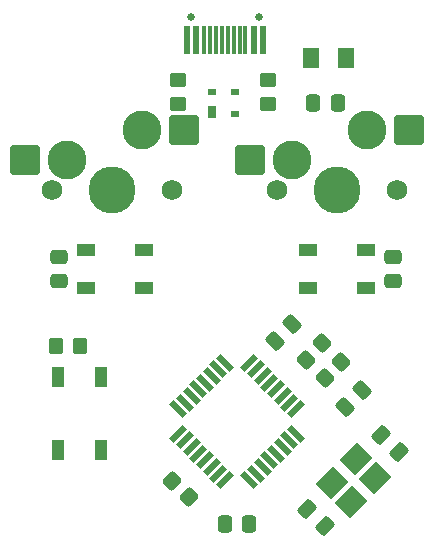
<source format=gbs>
G04 #@! TF.GenerationSoftware,KiCad,Pcbnew,(6.0.7)*
G04 #@! TF.CreationDate,2022-10-04T19:15:27+13:00*
G04 #@! TF.ProjectId,ledusbc2key,6c656475-7362-4633-926b-65792e6b6963,rev?*
G04 #@! TF.SameCoordinates,Original*
G04 #@! TF.FileFunction,Soldermask,Bot*
G04 #@! TF.FilePolarity,Negative*
%FSLAX46Y46*%
G04 Gerber Fmt 4.6, Leading zero omitted, Abs format (unit mm)*
G04 Created by KiCad (PCBNEW (6.0.7)) date 2022-10-04 19:15:27*
%MOMM*%
%LPD*%
G01*
G04 APERTURE LIST*
G04 Aperture macros list*
%AMRoundRect*
0 Rectangle with rounded corners*
0 $1 Rounding radius*
0 $2 $3 $4 $5 $6 $7 $8 $9 X,Y pos of 4 corners*
0 Add a 4 corners polygon primitive as box body*
4,1,4,$2,$3,$4,$5,$6,$7,$8,$9,$2,$3,0*
0 Add four circle primitives for the rounded corners*
1,1,$1+$1,$2,$3*
1,1,$1+$1,$4,$5*
1,1,$1+$1,$6,$7*
1,1,$1+$1,$8,$9*
0 Add four rect primitives between the rounded corners*
20,1,$1+$1,$2,$3,$4,$5,0*
20,1,$1+$1,$4,$5,$6,$7,0*
20,1,$1+$1,$6,$7,$8,$9,0*
20,1,$1+$1,$8,$9,$2,$3,0*%
%AMRotRect*
0 Rectangle, with rotation*
0 The origin of the aperture is its center*
0 $1 length*
0 $2 width*
0 $3 Rotation angle, in degrees counterclockwise*
0 Add horizontal line*
21,1,$1,$2,0,0,$3*%
G04 Aperture macros list end*
%ADD10R,1.500000X1.000000*%
%ADD11RoundRect,0.250001X0.462499X0.624999X-0.462499X0.624999X-0.462499X-0.624999X0.462499X-0.624999X0*%
%ADD12RoundRect,0.250000X0.450000X-0.350000X0.450000X0.350000X-0.450000X0.350000X-0.450000X-0.350000X0*%
%ADD13RoundRect,0.250000X0.070711X-0.565685X0.565685X-0.070711X-0.070711X0.565685X-0.565685X0.070711X0*%
%ADD14C,3.987800*%
%ADD15C,1.750000*%
%ADD16RoundRect,0.250000X1.025000X1.000000X-1.025000X1.000000X-1.025000X-1.000000X1.025000X-1.000000X0*%
%ADD17C,3.300000*%
%ADD18RoundRect,0.250000X-0.565685X-0.070711X-0.070711X-0.565685X0.565685X0.070711X0.070711X0.565685X0*%
%ADD19RoundRect,0.250000X-0.475000X0.337500X-0.475000X-0.337500X0.475000X-0.337500X0.475000X0.337500X0*%
%ADD20RoundRect,0.250000X0.574524X0.097227X0.097227X0.574524X-0.574524X-0.097227X-0.097227X-0.574524X0*%
%ADD21R,0.700000X1.000000*%
%ADD22R,0.700000X0.600000*%
%ADD23RoundRect,0.250000X0.097227X-0.574524X0.574524X-0.097227X-0.097227X0.574524X-0.574524X0.097227X0*%
%ADD24R,1.100000X1.800000*%
%ADD25RotRect,1.600000X0.550000X135.000000*%
%ADD26RotRect,1.600000X0.550000X45.000000*%
%ADD27RoundRect,0.250000X-0.574524X-0.097227X-0.097227X-0.574524X0.574524X0.097227X0.097227X0.574524X0*%
%ADD28RoundRect,0.250000X-0.350000X-0.450000X0.350000X-0.450000X0.350000X0.450000X-0.350000X0.450000X0*%
%ADD29RotRect,2.100000X1.800000X225.000000*%
%ADD30C,0.650000*%
%ADD31R,0.600000X2.450000*%
%ADD32R,0.300000X2.450000*%
%ADD33RoundRect,0.250000X0.337500X0.475000X-0.337500X0.475000X-0.337500X-0.475000X0.337500X-0.475000X0*%
%ADD34RoundRect,0.250000X-0.070711X0.565685X-0.565685X0.070711X0.070711X-0.565685X0.565685X-0.070711X0*%
%ADD35RoundRect,0.250000X0.475000X-0.337500X0.475000X0.337500X-0.475000X0.337500X-0.475000X-0.337500X0*%
G04 APERTURE END LIST*
D10*
X113060000Y-86677500D03*
X113060000Y-83477500D03*
X117960000Y-83477500D03*
X117960000Y-86677500D03*
D11*
X135040000Y-67192500D03*
X132065000Y-67192500D03*
D12*
X120852500Y-71097500D03*
X120852500Y-69097500D03*
D13*
X133217500Y-94346123D03*
X134631714Y-92931909D03*
D14*
X115252500Y-78422500D03*
D15*
X120332500Y-78422500D03*
X110172500Y-78422500D03*
D16*
X107892500Y-75882500D03*
D17*
X111442500Y-75882500D03*
D16*
X121342500Y-73342500D03*
D17*
X117792500Y-73342500D03*
D12*
X128472500Y-71097500D03*
X128472500Y-69097500D03*
D18*
X120342500Y-102996909D03*
X121756714Y-104411123D03*
D19*
X139002000Y-84052500D03*
X139002000Y-86127500D03*
D20*
X133241511Y-106852081D03*
X131774265Y-105384835D03*
D21*
X123662500Y-71752500D03*
D22*
X123662500Y-70052500D03*
X125662500Y-70052500D03*
X125662500Y-71952500D03*
D23*
X134925254Y-96765869D03*
X136392500Y-95298623D03*
D24*
X114325000Y-100400000D03*
X110625000Y-94200000D03*
X110625000Y-100400000D03*
X114325000Y-94200000D03*
D25*
X130797210Y-99014321D03*
X130231524Y-99580006D03*
X129665839Y-100145692D03*
X129100154Y-100711377D03*
X128534468Y-101277063D03*
X127968783Y-101842748D03*
X127403097Y-102408433D03*
X126837412Y-102974119D03*
D26*
X124786802Y-102974119D03*
X124221117Y-102408433D03*
X123655431Y-101842748D03*
X123089746Y-101277063D03*
X122524060Y-100711377D03*
X121958375Y-100145692D03*
X121392690Y-99580006D03*
X120827004Y-99014321D03*
D25*
X120827004Y-96963711D03*
X121392690Y-96398026D03*
X121958375Y-95832340D03*
X122524060Y-95266655D03*
X123089746Y-94700969D03*
X123655431Y-94135284D03*
X124221117Y-93569599D03*
X124786802Y-93003913D03*
D26*
X126837412Y-93003913D03*
X127403097Y-93569599D03*
X127968783Y-94135284D03*
X128534468Y-94700969D03*
X129100154Y-95266655D03*
X129665839Y-95832340D03*
X130231524Y-96398026D03*
X130797210Y-96963711D03*
D27*
X138025833Y-99098655D03*
X139493079Y-100565901D03*
D28*
X110522500Y-91585000D03*
X112522500Y-91585000D03*
D23*
X128991377Y-91171123D03*
X130458623Y-89703877D03*
D29*
X137489456Y-102763236D03*
X135438846Y-104813846D03*
X133812500Y-103187500D03*
X135863110Y-101136890D03*
D30*
X127665000Y-63727500D03*
X121885000Y-63727500D03*
D31*
X121550000Y-65672500D03*
X122325000Y-65672500D03*
D32*
X123025000Y-65672500D03*
X123525000Y-65672500D03*
X124025000Y-65672500D03*
X124525000Y-65672500D03*
X125025000Y-65672500D03*
X125525000Y-65672500D03*
X126025000Y-65672500D03*
X126525000Y-65672500D03*
D31*
X127225000Y-65672500D03*
X128000000Y-65672500D03*
D33*
X134357500Y-71002500D03*
X132282500Y-71002500D03*
D34*
X133044214Y-91344409D03*
X131630000Y-92758623D03*
D33*
X126862500Y-106675000D03*
X124787500Y-106675000D03*
D14*
X134302500Y-78422500D03*
D15*
X139382500Y-78422500D03*
X129222500Y-78422500D03*
D16*
X126942500Y-75882500D03*
D17*
X130492500Y-75882500D03*
X136842500Y-73342500D03*
D16*
X140392500Y-73342500D03*
D35*
X110747500Y-86115000D03*
X110747500Y-84040000D03*
D10*
X136689500Y-83490000D03*
X136689500Y-86690000D03*
X131789500Y-86690000D03*
X131789500Y-83490000D03*
M02*

</source>
